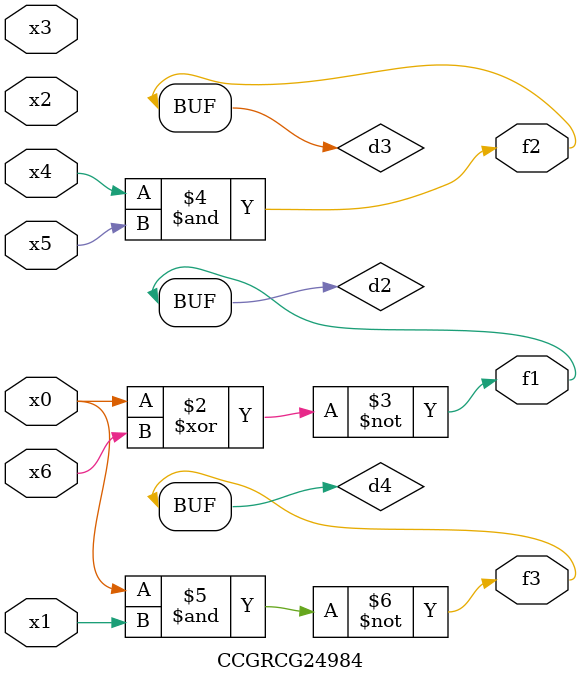
<source format=v>
module CCGRCG24984(
	input x0, x1, x2, x3, x4, x5, x6,
	output f1, f2, f3
);

	wire d1, d2, d3, d4;

	nor (d1, x0);
	xnor (d2, x0, x6);
	and (d3, x4, x5);
	nand (d4, x0, x1);
	assign f1 = d2;
	assign f2 = d3;
	assign f3 = d4;
endmodule

</source>
